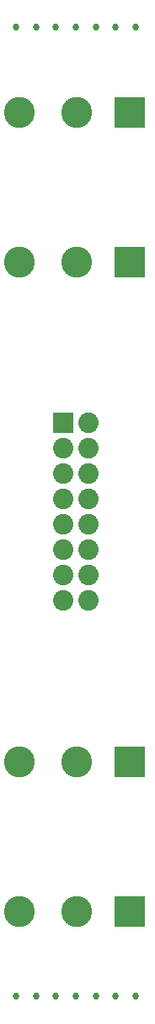
<source format=gts>
%FSLAX33Y33*%
%MOMM*%
%AMRect-W3100000-H3100000-RO1.500*
21,1,3.1,3.1,0.,0.,90*%
%ADD10C,0.68834*%
%ADD11R,2.049999X2.049999*%
%ADD12C,2.049999*%
%ADD13C,3.1*%
%ADD14Rect-W3100000-H3100000-RO1.500*%
D10*
%LNtop solder mask_traces*%
G01*
X1500Y1500D03*
X13500Y98500D03*
X7500Y98500D03*
X5500Y1500D03*
X3500Y98500D03*
X13500Y1500D03*
X3500Y1500D03*
X5500Y98500D03*
X7500Y1500D03*
X1500Y98500D03*
X11500Y98500D03*
X11500Y1500D03*
X9500Y98500D03*
X9500Y1500D03*
%LNtop solder mask component 87c3aa100626532f*%
D11*
X6230Y58890D03*
D12*
X6230Y56350D03*
X6230Y53810D03*
X6230Y51270D03*
X6230Y48730D03*
X6230Y46190D03*
X6230Y43650D03*
X6230Y41110D03*
X8770Y58890D03*
X8770Y56350D03*
X8770Y53810D03*
X8770Y51270D03*
X8770Y48730D03*
X8770Y46190D03*
X8770Y43650D03*
X8770Y41110D03*
%LNtop solder mask component c4a17d9daec634e0*%
D13*
X7600Y90000D03*
X1800Y90000D03*
D14*
X12900Y90000D03*
%LNtop solder mask component 7181846da7d0c534*%
D13*
X7600Y75000D03*
X1800Y75000D03*
D14*
X12900Y75000D03*
%LNtop solder mask component 4f4feb6d3cd8b477*%
D13*
X7600Y25000D03*
X1800Y25000D03*
D14*
X12900Y25000D03*
%LNtop solder mask component 0fe11ed52ced882b*%
D13*
X7600Y10000D03*
X1800Y10000D03*
D14*
X12900Y10000D03*
M02*
</source>
